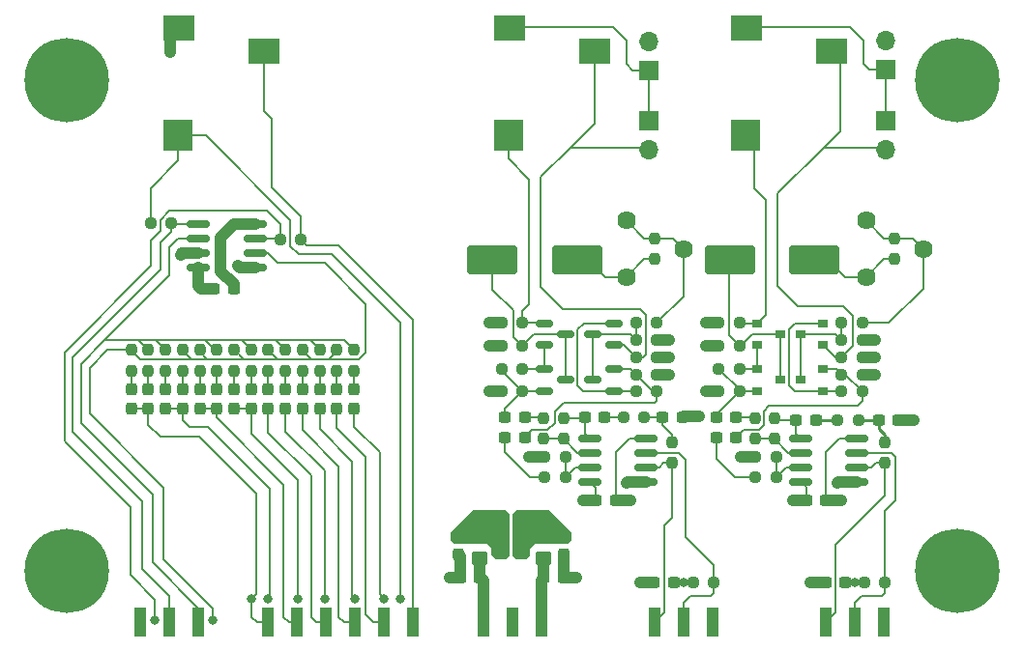
<source format=gbr>
%TF.GenerationSoftware,KiCad,Pcbnew,(6.0.0)*%
%TF.CreationDate,2022-06-06T22:40:39+03:00*%
%TF.ProjectId,analog_board,616e616c-6f67-45f6-926f-6172642e6b69,rev?*%
%TF.SameCoordinates,Original*%
%TF.FileFunction,Copper,L1,Top*%
%TF.FilePolarity,Positive*%
%FSLAX46Y46*%
G04 Gerber Fmt 4.6, Leading zero omitted, Abs format (unit mm)*
G04 Created by KiCad (PCBNEW (6.0.0)) date 2022-06-06 22:40:39*
%MOMM*%
%LPD*%
G01*
G04 APERTURE LIST*
G04 Aperture macros list*
%AMRoundRect*
0 Rectangle with rounded corners*
0 $1 Rounding radius*
0 $2 $3 $4 $5 $6 $7 $8 $9 X,Y pos of 4 corners*
0 Add a 4 corners polygon primitive as box body*
4,1,4,$2,$3,$4,$5,$6,$7,$8,$9,$2,$3,0*
0 Add four circle primitives for the rounded corners*
1,1,$1+$1,$2,$3*
1,1,$1+$1,$4,$5*
1,1,$1+$1,$6,$7*
1,1,$1+$1,$8,$9*
0 Add four rect primitives between the rounded corners*
20,1,$1+$1,$2,$3,$4,$5,0*
20,1,$1+$1,$4,$5,$6,$7,0*
20,1,$1+$1,$6,$7,$8,$9,0*
20,1,$1+$1,$8,$9,$2,$3,0*%
G04 Aperture macros list end*
%TA.AperFunction,SMDPad,CuDef*%
%ADD10RoundRect,0.237500X-0.237500X0.250000X-0.237500X-0.250000X0.237500X-0.250000X0.237500X0.250000X0*%
%TD*%
%TA.AperFunction,SMDPad,CuDef*%
%ADD11RoundRect,0.237500X-0.250000X-0.237500X0.250000X-0.237500X0.250000X0.237500X-0.250000X0.237500X0*%
%TD*%
%TA.AperFunction,SMDPad,CuDef*%
%ADD12RoundRect,0.237500X0.250000X0.237500X-0.250000X0.237500X-0.250000X-0.237500X0.250000X-0.237500X0*%
%TD*%
%TA.AperFunction,SMDPad,CuDef*%
%ADD13R,1.000000X2.500000*%
%TD*%
%TA.AperFunction,SMDPad,CuDef*%
%ADD14RoundRect,0.150000X-0.825000X-0.150000X0.825000X-0.150000X0.825000X0.150000X-0.825000X0.150000X0*%
%TD*%
%TA.AperFunction,SMDPad,CuDef*%
%ADD15RoundRect,0.237500X0.300000X0.237500X-0.300000X0.237500X-0.300000X-0.237500X0.300000X-0.237500X0*%
%TD*%
%TA.AperFunction,SMDPad,CuDef*%
%ADD16R,0.900000X0.800000*%
%TD*%
%TA.AperFunction,ComponentPad*%
%ADD17C,7.400000*%
%TD*%
%TA.AperFunction,SMDPad,CuDef*%
%ADD18RoundRect,0.250000X-1.950000X-1.000000X1.950000X-1.000000X1.950000X1.000000X-1.950000X1.000000X0*%
%TD*%
%TA.AperFunction,SMDPad,CuDef*%
%ADD19RoundRect,0.237500X0.237500X-0.250000X0.237500X0.250000X-0.237500X0.250000X-0.237500X-0.250000X0*%
%TD*%
%TA.AperFunction,SMDPad,CuDef*%
%ADD20RoundRect,0.237500X-0.300000X-0.237500X0.300000X-0.237500X0.300000X0.237500X-0.300000X0.237500X0*%
%TD*%
%TA.AperFunction,SMDPad,CuDef*%
%ADD21RoundRect,0.237500X0.237500X-0.300000X0.237500X0.300000X-0.237500X0.300000X-0.237500X-0.300000X0*%
%TD*%
%TA.AperFunction,SMDPad,CuDef*%
%ADD22R,2.800000X2.200000*%
%TD*%
%TA.AperFunction,SMDPad,CuDef*%
%ADD23R,2.600000X2.800000*%
%TD*%
%TA.AperFunction,SMDPad,CuDef*%
%ADD24RoundRect,0.150000X-0.587500X-0.150000X0.587500X-0.150000X0.587500X0.150000X-0.587500X0.150000X0*%
%TD*%
%TA.AperFunction,SMDPad,CuDef*%
%ADD25RoundRect,0.237500X-0.237500X0.300000X-0.237500X-0.300000X0.237500X-0.300000X0.237500X0.300000X0*%
%TD*%
%TA.AperFunction,SMDPad,CuDef*%
%ADD26RoundRect,0.150000X0.587500X0.150000X-0.587500X0.150000X-0.587500X-0.150000X0.587500X-0.150000X0*%
%TD*%
%TA.AperFunction,SMDPad,CuDef*%
%ADD27RoundRect,0.250000X0.450000X-0.350000X0.450000X0.350000X-0.450000X0.350000X-0.450000X-0.350000X0*%
%TD*%
%TA.AperFunction,SMDPad,CuDef*%
%ADD28RoundRect,0.250000X-0.450000X0.350000X-0.450000X-0.350000X0.450000X-0.350000X0.450000X0.350000X0*%
%TD*%
%TA.AperFunction,ComponentPad*%
%ADD29C,1.620000*%
%TD*%
%TA.AperFunction,ComponentPad*%
%ADD30R,1.700000X1.700000*%
%TD*%
%TA.AperFunction,ComponentPad*%
%ADD31O,1.700000X1.700000*%
%TD*%
%TA.AperFunction,ViaPad*%
%ADD32C,0.800000*%
%TD*%
%TA.AperFunction,ViaPad*%
%ADD33C,0.600000*%
%TD*%
%TA.AperFunction,Conductor*%
%ADD34C,1.000000*%
%TD*%
%TA.AperFunction,Conductor*%
%ADD35C,0.200000*%
%TD*%
%TA.AperFunction,Conductor*%
%ADD36C,0.250000*%
%TD*%
G04 APERTURE END LIST*
D10*
%TO.P,R37,1*%
%TO.N,Net-(R35-Pad1)*%
X132150000Y-102612980D03*
%TO.P,R37,2*%
%TO.N,Net-(C23-Pad2)*%
X132150000Y-104437980D03*
%TD*%
%TO.P,R38,1*%
%TO.N,Net-(R35-Pad1)*%
X129150000Y-102612980D03*
%TO.P,R38,2*%
%TO.N,Net-(C24-Pad2)*%
X129150000Y-104437980D03*
%TD*%
%TO.P,R39,1*%
%TO.N,Net-(R35-Pad1)*%
X124650000Y-102612980D03*
%TO.P,R39,2*%
%TO.N,Net-(C25-Pad2)*%
X124650000Y-104437980D03*
%TD*%
%TO.P,R40,1*%
%TO.N,Net-(R35-Pad1)*%
X123150000Y-102612980D03*
%TO.P,R40,2*%
%TO.N,Net-(C26-Pad2)*%
X123150000Y-104437980D03*
%TD*%
D11*
%TO.P,R47,1*%
%TO.N,/MIXER_L*%
X123337500Y-91500000D03*
%TO.P,R47,2*%
%TO.N,Net-(R47-Pad2)*%
X125162500Y-91500000D03*
%TD*%
D12*
%TO.P,R48,1*%
%TO.N,/MIXER_R*%
X136512500Y-92900000D03*
%TO.P,R48,2*%
%TO.N,Net-(R48-Pad2)*%
X134687500Y-92900000D03*
%TD*%
D10*
%TO.P,R41,1*%
%TO.N,Net-(R41-Pad1)*%
X121650000Y-102612980D03*
%TO.P,R41,2*%
%TO.N,Net-(C27-Pad2)*%
X121650000Y-104437980D03*
%TD*%
%TO.P,R42,1*%
%TO.N,Net-(R41-Pad1)*%
X126150000Y-102612980D03*
%TO.P,R42,2*%
%TO.N,Net-(C28-Pad2)*%
X126150000Y-104437980D03*
%TD*%
%TO.P,R43,1*%
%TO.N,Net-(R41-Pad1)*%
X127650000Y-102612980D03*
%TO.P,R43,2*%
%TO.N,Net-(C29-Pad2)*%
X127650000Y-104437980D03*
%TD*%
%TO.P,R44,1*%
%TO.N,Net-(R41-Pad1)*%
X130650000Y-102612980D03*
%TO.P,R44,2*%
%TO.N,Net-(C30-Pad2)*%
X130650000Y-104437980D03*
%TD*%
D13*
%TO.P,RV2,1,1*%
%TO.N,unconnected-(RV2-Pad1)*%
X187540000Y-126475000D03*
%TO.P,RV2,2,2*%
%TO.N,Net-(R17-Pad2)*%
X185000000Y-126475000D03*
%TO.P,RV2,3,3*%
%TO.N,Net-(R16-Pad1)*%
X182460000Y-126475000D03*
%TD*%
D14*
%TO.P,U3,1*%
%TO.N,Net-(R47-Pad2)*%
X127525000Y-91595000D03*
%TO.P,U3,2,-*%
%TO.N,Net-(R35-Pad1)*%
X127525000Y-92865000D03*
%TO.P,U3,3,+*%
%TO.N,GND*%
X127525000Y-94135000D03*
%TO.P,U3,4,V-*%
%TO.N,-VDC*%
X127525000Y-95405000D03*
%TO.P,U3,5,+*%
%TO.N,GND*%
X132475000Y-95405000D03*
%TO.P,U3,6,-*%
%TO.N,Net-(R41-Pad1)*%
X132475000Y-94135000D03*
%TO.P,U3,7*%
%TO.N,Net-(R48-Pad2)*%
X132475000Y-92865000D03*
%TO.P,U3,8,V+*%
%TO.N,+VDC*%
X132475000Y-91595000D03*
%TD*%
D15*
%TO.P,C33,1*%
%TO.N,+VDC*%
X130612500Y-97250000D03*
%TO.P,C33,2*%
%TO.N,-VDC*%
X128887500Y-97250000D03*
%TD*%
D16*
%TO.P,Q1,1,B*%
%TO.N,/Amp1/IN-*%
X182250000Y-102200000D03*
%TO.P,Q1,2,E*%
%TO.N,Net-(Q1-Pad2)*%
X182250000Y-100300000D03*
%TO.P,Q1,3,C*%
%TO.N,Net-(Q1-Pad3)*%
X180250000Y-101250000D03*
%TD*%
%TO.P,Q4,1,B*%
%TO.N,/Amp1/IN+*%
X176500000Y-100300000D03*
%TO.P,Q4,2,E*%
%TO.N,Net-(Q3-Pad1)*%
X176500000Y-102200000D03*
%TO.P,Q4,3,C*%
%TO.N,Net-(C7-Pad1)*%
X178500000Y-101250000D03*
%TD*%
D11*
%TO.P,R7,1*%
%TO.N,+VDC*%
X173087500Y-102250000D03*
%TO.P,R7,2*%
%TO.N,Net-(C7-Pad1)*%
X174912500Y-102250000D03*
%TD*%
D12*
%TO.P,R8,1*%
%TO.N,Net-(Q3-Pad1)*%
X174912500Y-104250000D03*
%TO.P,R8,2*%
%TO.N,/Amp1/DIFF+*%
X173087500Y-104250000D03*
%TD*%
%TO.P,R10,1*%
%TO.N,/Amp1/IN+*%
X174912500Y-100250000D03*
%TO.P,R10,2*%
%TO.N,GND*%
X173087500Y-100250000D03*
%TD*%
%TO.P,R9,1*%
%TO.N,/Amp1/DIFF+*%
X174912500Y-106250000D03*
%TO.P,R9,2*%
%TO.N,-VDC*%
X173087500Y-106250000D03*
%TD*%
%TO.P,R2,1*%
%TO.N,+VDC*%
X185662500Y-101750000D03*
%TO.P,R2,2*%
%TO.N,Net-(Q1-Pad3)*%
X183837500Y-101750000D03*
%TD*%
D11*
%TO.P,R5,1*%
%TO.N,Net-(Q1-Pad3)*%
X183837500Y-100250000D03*
%TO.P,R5,2*%
%TO.N,Net-(R5-Pad2)*%
X185662500Y-100250000D03*
%TD*%
%TO.P,R1,1*%
%TO.N,/Amp1/IN-*%
X183837500Y-103250000D03*
%TO.P,R1,2*%
%TO.N,GND*%
X185662500Y-103250000D03*
%TD*%
%TO.P,R4,1*%
%TO.N,/Amp1/DIFF-*%
X183837500Y-104750000D03*
%TO.P,R4,2*%
%TO.N,-VDC*%
X185662500Y-104750000D03*
%TD*%
D17*
%TO.P,H1,1,1*%
%TO.N,unconnected-(H1-Pad1)*%
X116000000Y-79000000D03*
%TD*%
%TO.P,H2,1,1*%
%TO.N,unconnected-(H2-Pad1)*%
X194000000Y-122000000D03*
%TD*%
%TO.P,H3,1,1*%
%TO.N,unconnected-(H3-Pad1)*%
X194000000Y-79000000D03*
%TD*%
%TO.P,H4,1,1*%
%TO.N,unconnected-(H4-Pad1)*%
X116000000Y-122000000D03*
%TD*%
D18*
%TO.P,C7,1*%
%TO.N,Net-(C7-Pad1)*%
X174050000Y-94750000D03*
%TO.P,C7,2*%
%TO.N,Net-(C7-Pad2)*%
X181450000Y-94750000D03*
%TD*%
D10*
%TO.P,R14,1*%
%TO.N,Net-(C11-Pad1)*%
X177975000Y-108587500D03*
%TO.P,R14,2*%
%TO.N,Net-(R12-Pad2)*%
X177975000Y-110412500D03*
%TD*%
%TO.P,R6,1*%
%TO.N,Net-(R5-Pad2)*%
X188500000Y-92837500D03*
%TO.P,R6,2*%
%TO.N,Net-(C7-Pad2)*%
X188500000Y-94662500D03*
%TD*%
D12*
%TO.P,R13,1*%
%TO.N,Net-(R11-Pad2)*%
X178137500Y-112000000D03*
%TO.P,R13,2*%
%TO.N,GND*%
X176312500Y-112000000D03*
%TD*%
D11*
%TO.P,R3,1*%
%TO.N,Net-(Q1-Pad2)*%
X183837500Y-106250000D03*
%TO.P,R3,2*%
%TO.N,/Amp1/DIFF-*%
X185662500Y-106250000D03*
%TD*%
%TO.P,R11,1*%
%TO.N,Net-(C8-Pad2)*%
X176312500Y-113750000D03*
%TO.P,R11,2*%
%TO.N,Net-(R11-Pad2)*%
X178137500Y-113750000D03*
%TD*%
D19*
%TO.P,R16,1*%
%TO.N,Net-(R16-Pad1)*%
X187600000Y-112512500D03*
%TO.P,R16,2*%
%TO.N,Net-(C12-Pad1)*%
X187600000Y-110687500D03*
%TD*%
D10*
%TO.P,R12,1*%
%TO.N,Net-(C9-Pad2)*%
X176250000Y-108587500D03*
%TO.P,R12,2*%
%TO.N,Net-(R12-Pad2)*%
X176250000Y-110412500D03*
%TD*%
D15*
%TO.P,C10,1*%
%TO.N,+VDC*%
X182462500Y-115800000D03*
%TO.P,C10,2*%
%TO.N,-VDC*%
X180737500Y-115800000D03*
%TD*%
D20*
%TO.P,C11,1*%
%TO.N,Net-(C11-Pad1)*%
X179862500Y-108750000D03*
%TO.P,C11,2*%
%TO.N,Net-(C11-Pad2)*%
X181587500Y-108750000D03*
%TD*%
D16*
%TO.P,Q2,1,B*%
%TO.N,Net-(Q1-Pad2)*%
X182250000Y-106200000D03*
%TO.P,Q2,2,E*%
%TO.N,/Amp1/DIFF-*%
X182250000Y-104300000D03*
%TO.P,Q2,3,C*%
%TO.N,Net-(Q1-Pad3)*%
X180250000Y-105250000D03*
%TD*%
%TO.P,Q3,1,B*%
%TO.N,Net-(Q3-Pad1)*%
X176500000Y-104300000D03*
%TO.P,Q3,2,E*%
%TO.N,/Amp1/DIFF+*%
X176500000Y-106200000D03*
%TO.P,Q3,3,C*%
%TO.N,Net-(C7-Pad1)*%
X178500000Y-105250000D03*
%TD*%
D20*
%TO.P,C9,1*%
%TO.N,/Amp1/DIFF+*%
X172887500Y-108500000D03*
%TO.P,C9,2*%
%TO.N,Net-(C9-Pad2)*%
X174612500Y-108500000D03*
%TD*%
D15*
%TO.P,C8,1*%
%TO.N,/Amp1/DIFF-*%
X174612500Y-110250000D03*
%TO.P,C8,2*%
%TO.N,Net-(C8-Pad2)*%
X172887500Y-110250000D03*
%TD*%
D14*
%TO.P,U1,1*%
%TO.N,Net-(C11-Pad1)*%
X180250000Y-110345000D03*
%TO.P,U1,2,-*%
%TO.N,Net-(R12-Pad2)*%
X180250000Y-111615000D03*
%TO.P,U1,3,+*%
%TO.N,Net-(R11-Pad2)*%
X180250000Y-112885000D03*
%TO.P,U1,4,V-*%
%TO.N,-VDC*%
X180250000Y-114155000D03*
%TO.P,U1,5,+*%
%TO.N,GND*%
X185200000Y-114155000D03*
%TO.P,U1,6,-*%
%TO.N,Net-(R16-Pad1)*%
X185200000Y-112885000D03*
%TO.P,U1,7*%
%TO.N,Net-(R17-Pad2)*%
X185200000Y-111615000D03*
%TO.P,U1,8,V+*%
%TO.N,+VDC*%
X185200000Y-110345000D03*
%TD*%
D21*
%TO.P,C35,1*%
%TO.N,/IN7_R*%
X139650000Y-107775480D03*
%TO.P,C35,2*%
%TO.N,Net-(C35-Pad2)*%
X139650000Y-106050480D03*
%TD*%
D12*
%TO.P,R32,1*%
%TO.N,Net-(C19-Pad1)*%
X166562500Y-108500000D03*
%TO.P,R32,2*%
%TO.N,Net-(C18-Pad2)*%
X164737500Y-108500000D03*
%TD*%
D13*
%TO.P,RV4,1,1*%
%TO.N,unconnected-(RV4-Pad1)*%
X172540000Y-126475000D03*
%TO.P,RV4,2,2*%
%TO.N,Net-(R34-Pad2)*%
X170000000Y-126475000D03*
%TO.P,RV4,3,3*%
%TO.N,Net-(R33-Pad1)*%
X167460000Y-126475000D03*
%TD*%
D22*
%TO.P,J4,1,SLEEVE*%
%TO.N,GND*%
X125850000Y-74400000D03*
D23*
%TO.P,J4,2,TIP*%
%TO.N,/MIXER_L*%
X125750000Y-83800000D03*
D22*
%TO.P,J4,3,RING*%
%TO.N,/MIXER_R*%
X133250000Y-76400000D03*
%TD*%
D15*
%TO.P,C13,1*%
%TO.N,/IN1_MONO*%
X184162500Y-123000000D03*
%TO.P,C13,2*%
%TO.N,GND*%
X182437500Y-123000000D03*
%TD*%
D12*
%TO.P,R15,1*%
%TO.N,Net-(C12-Pad1)*%
X185312500Y-108750000D03*
%TO.P,R15,2*%
%TO.N,Net-(C11-Pad2)*%
X183487500Y-108750000D03*
%TD*%
D15*
%TO.P,C20,1*%
%TO.N,/IN2_MONO*%
X169162500Y-123000000D03*
%TO.P,C20,2*%
%TO.N,GND*%
X167437500Y-123000000D03*
%TD*%
D10*
%TO.P,R29,1*%
%TO.N,Net-(C16-Pad2)*%
X157750000Y-108587500D03*
%TO.P,R29,2*%
%TO.N,Net-(R29-Pad2)*%
X157750000Y-110412500D03*
%TD*%
D11*
%TO.P,R28,1*%
%TO.N,Net-(C15-Pad2)*%
X157837500Y-113750000D03*
%TO.P,R28,2*%
%TO.N,Net-(R28-Pad2)*%
X159662500Y-113750000D03*
%TD*%
D20*
%TO.P,C18,1*%
%TO.N,Net-(C18-Pad1)*%
X161387500Y-108500000D03*
%TO.P,C18,2*%
%TO.N,Net-(C18-Pad2)*%
X163112500Y-108500000D03*
%TD*%
D13*
%TO.P,RV5,1,1*%
%TO.N,Net-(R35-Pad1)*%
X127540000Y-126475000D03*
%TO.P,RV5,2,2*%
%TO.N,Net-(R47-Pad2)*%
X125000000Y-126475000D03*
%TO.P,RV5,3,3*%
%TO.N,unconnected-(RV5-Pad3)*%
X122460000Y-126475000D03*
%TD*%
D11*
%TO.P,R17,1*%
%TO.N,/IN1_MONO*%
X185837500Y-123000000D03*
%TO.P,R17,2*%
%TO.N,Net-(R17-Pad2)*%
X187662500Y-123000000D03*
%TD*%
D12*
%TO.P,R26,1*%
%TO.N,/Amp2/DIFF+*%
X155912500Y-106250000D03*
%TO.P,R26,2*%
%TO.N,-VDC*%
X154087500Y-106250000D03*
%TD*%
D21*
%TO.P,C25,1*%
%TO.N,/IN2_MONO*%
X124650000Y-107775480D03*
%TO.P,C25,2*%
%TO.N,Net-(C25-Pad2)*%
X124650000Y-106050480D03*
%TD*%
D11*
%TO.P,R21,1*%
%TO.N,/Amp2/DIFF-*%
X165837500Y-104750000D03*
%TO.P,R21,2*%
%TO.N,-VDC*%
X167662500Y-104750000D03*
%TD*%
D14*
%TO.P,U2,1*%
%TO.N,Net-(C18-Pad1)*%
X161775000Y-110345000D03*
%TO.P,U2,2,-*%
%TO.N,Net-(R29-Pad2)*%
X161775000Y-111615000D03*
%TO.P,U2,3,+*%
%TO.N,Net-(R28-Pad2)*%
X161775000Y-112885000D03*
%TO.P,U2,4,V-*%
%TO.N,-VDC*%
X161775000Y-114155000D03*
%TO.P,U2,5,+*%
%TO.N,GND*%
X166725000Y-114155000D03*
%TO.P,U2,6,-*%
%TO.N,Net-(R33-Pad1)*%
X166725000Y-112885000D03*
%TO.P,U2,7*%
%TO.N,Net-(R34-Pad2)*%
X166725000Y-111615000D03*
%TO.P,U2,8,V+*%
%TO.N,+VDC*%
X166725000Y-110345000D03*
%TD*%
D11*
%TO.P,R34,1*%
%TO.N,/IN2_MONO*%
X170837500Y-123000000D03*
%TO.P,R34,2*%
%TO.N,Net-(R34-Pad2)*%
X172662500Y-123000000D03*
%TD*%
D21*
%TO.P,C30,1*%
%TO.N,/IN4_MONO*%
X130650000Y-107775480D03*
%TO.P,C30,2*%
%TO.N,Net-(C30-Pad2)*%
X130650000Y-106050480D03*
%TD*%
D13*
%TO.P,J10,1,Pin_1*%
%TO.N,Net-(C6-Pad1)*%
X157540000Y-126475000D03*
%TO.P,J10,2,Pin_2*%
%TO.N,unconnected-(J10-Pad2)*%
X155000000Y-126475000D03*
%TO.P,J10,3,Pin_3*%
%TO.N,Net-(C2-Pad2)*%
X152460000Y-126475000D03*
%TD*%
D20*
%TO.P,C2,1*%
%TO.N,GND*%
X150475000Y-122600000D03*
%TO.P,C2,2*%
%TO.N,Net-(C2-Pad2)*%
X152200000Y-122600000D03*
%TD*%
%TO.P,C12,1*%
%TO.N,Net-(C12-Pad1)*%
X187087500Y-108750000D03*
%TO.P,C12,2*%
%TO.N,GND*%
X188812500Y-108750000D03*
%TD*%
D11*
%TO.P,R20,1*%
%TO.N,Net-(Q5-Pad2)*%
X165837500Y-106250000D03*
%TO.P,R20,2*%
%TO.N,/Amp2/DIFF-*%
X167662500Y-106250000D03*
%TD*%
D21*
%TO.P,C1,1*%
%TO.N,GND*%
X150337500Y-120562500D03*
%TO.P,C1,2*%
%TO.N,+VDC*%
X150337500Y-118837500D03*
%TD*%
D24*
%TO.P,Q7,1,B*%
%TO.N,Net-(Q7-Pad1)*%
X157812500Y-104300000D03*
%TO.P,Q7,2,E*%
%TO.N,/Amp2/DIFF+*%
X157812500Y-106200000D03*
%TO.P,Q7,3,C*%
%TO.N,Net-(C14-Pad1)*%
X159687500Y-105250000D03*
%TD*%
D21*
%TO.P,C26,1*%
%TO.N,/IN1_MONO*%
X123150000Y-107775480D03*
%TO.P,C26,2*%
%TO.N,Net-(C26-Pad2)*%
X123150000Y-106050480D03*
%TD*%
D10*
%TO.P,R36,1*%
%TO.N,Net-(R35-Pad1)*%
X135150000Y-102612980D03*
%TO.P,R36,2*%
%TO.N,Net-(C22-Pad2)*%
X135150000Y-104437980D03*
%TD*%
D24*
%TO.P,Q8,1,B*%
%TO.N,/Amp2/IN+*%
X157812500Y-100300000D03*
%TO.P,Q8,2,E*%
%TO.N,Net-(Q7-Pad1)*%
X157812500Y-102200000D03*
%TO.P,Q8,3,C*%
%TO.N,Net-(C14-Pad1)*%
X159687500Y-101250000D03*
%TD*%
D12*
%TO.P,R25,1*%
%TO.N,Net-(Q7-Pad1)*%
X155912500Y-104250000D03*
%TO.P,R25,2*%
%TO.N,/Amp2/DIFF+*%
X154087500Y-104250000D03*
%TD*%
D11*
%TO.P,R24,1*%
%TO.N,+VDC*%
X154087500Y-102250000D03*
%TO.P,R24,2*%
%TO.N,Net-(C14-Pad1)*%
X155912500Y-102250000D03*
%TD*%
%TO.P,R22,1*%
%TO.N,Net-(Q5-Pad3)*%
X165837500Y-100250000D03*
%TO.P,R22,2*%
%TO.N,Net-(R22-Pad2)*%
X167662500Y-100250000D03*
%TD*%
D10*
%TO.P,R49,1*%
%TO.N,Net-(R35-Pad1)*%
X141150000Y-102612980D03*
%TO.P,R49,2*%
%TO.N,Net-(C34-Pad2)*%
X141150000Y-104437980D03*
%TD*%
D25*
%TO.P,C5,1*%
%TO.N,-VDC*%
X159537500Y-118837500D03*
%TO.P,C5,2*%
%TO.N,GND*%
X159537500Y-120562500D03*
%TD*%
D18*
%TO.P,C14,1*%
%TO.N,Net-(C14-Pad1)*%
X153300000Y-94750000D03*
%TO.P,C14,2*%
%TO.N,Net-(C14-Pad2)*%
X160700000Y-94750000D03*
%TD*%
D19*
%TO.P,R33,1*%
%TO.N,Net-(R33-Pad1)*%
X169000000Y-112512500D03*
%TO.P,R33,2*%
%TO.N,Net-(C19-Pad1)*%
X169000000Y-110687500D03*
%TD*%
D10*
%TO.P,R23,1*%
%TO.N,Net-(R22-Pad2)*%
X167500000Y-92837500D03*
%TO.P,R23,2*%
%TO.N,Net-(C14-Pad2)*%
X167500000Y-94662500D03*
%TD*%
D12*
%TO.P,R30,1*%
%TO.N,Net-(R28-Pad2)*%
X159662500Y-112000000D03*
%TO.P,R30,2*%
%TO.N,GND*%
X157837500Y-112000000D03*
%TD*%
D20*
%TO.P,C6,1*%
%TO.N,Net-(C6-Pad1)*%
X157775000Y-122600000D03*
%TO.P,C6,2*%
%TO.N,GND*%
X159500000Y-122600000D03*
%TD*%
D15*
%TO.P,C15,1*%
%TO.N,/Amp2/DIFF-*%
X156112500Y-110250000D03*
%TO.P,C15,2*%
%TO.N,Net-(C15-Pad2)*%
X154387500Y-110250000D03*
%TD*%
D21*
%TO.P,C24,1*%
%TO.N,/IN3_MONO*%
X129150000Y-107775480D03*
%TO.P,C24,2*%
%TO.N,Net-(C24-Pad2)*%
X129150000Y-106050480D03*
%TD*%
%TO.P,C31,1*%
%TO.N,/IN5_R*%
X133650000Y-107775480D03*
%TO.P,C31,2*%
%TO.N,Net-(C31-Pad2)*%
X133650000Y-106050480D03*
%TD*%
D26*
%TO.P,Q5,1,B*%
%TO.N,/Amp2/IN-*%
X163937500Y-102200000D03*
%TO.P,Q5,2,E*%
%TO.N,Net-(Q5-Pad2)*%
X163937500Y-100300000D03*
%TO.P,Q5,3,C*%
%TO.N,Net-(Q5-Pad3)*%
X162062500Y-101250000D03*
%TD*%
D22*
%TO.P,J8,1,SLEEVE*%
%TO.N,Net-(J3-Pad1)*%
X154800000Y-74400000D03*
D23*
%TO.P,J8,2,TIP*%
%TO.N,/Amp2/IN+*%
X154700000Y-83800000D03*
D22*
%TO.P,J8,3,RING*%
%TO.N,/Amp2/IN-*%
X162200000Y-76400000D03*
%TD*%
D10*
%TO.P,R35,1*%
%TO.N,Net-(R35-Pad1)*%
X138150000Y-102612980D03*
%TO.P,R35,2*%
%TO.N,Net-(C21-Pad2)*%
X138150000Y-104437980D03*
%TD*%
D12*
%TO.P,R27,1*%
%TO.N,/Amp2/IN+*%
X155912500Y-100250000D03*
%TO.P,R27,2*%
%TO.N,GND*%
X154087500Y-100250000D03*
%TD*%
D20*
%TO.P,C3,1*%
%TO.N,+VDC*%
X154075000Y-120200000D03*
%TO.P,C3,2*%
%TO.N,-VDC*%
X155800000Y-120200000D03*
%TD*%
D21*
%TO.P,C22,1*%
%TO.N,/IN5_L*%
X135150000Y-107775480D03*
%TO.P,C22,2*%
%TO.N,Net-(C22-Pad2)*%
X135150000Y-106050480D03*
%TD*%
%TO.P,C29,1*%
%TO.N,/IN3_MONO*%
X127650000Y-107775480D03*
%TO.P,C29,2*%
%TO.N,Net-(C29-Pad2)*%
X127650000Y-106050480D03*
%TD*%
%TO.P,C27,1*%
%TO.N,/IN1_MONO*%
X121650000Y-107775480D03*
%TO.P,C27,2*%
%TO.N,Net-(C27-Pad2)*%
X121650000Y-106050480D03*
%TD*%
D27*
%TO.P,FB2,1*%
%TO.N,Net-(C6-Pad1)*%
X157737500Y-120900000D03*
%TO.P,FB2,2*%
%TO.N,-VDC*%
X157737500Y-118900000D03*
%TD*%
D13*
%TO.P,J1,1,Pin_1*%
%TO.N,/MIXER_R*%
X146350000Y-126475000D03*
%TO.P,J1,2,Pin_2*%
%TO.N,/IN7_R*%
X143810000Y-126475000D03*
%TO.P,J1,3,Pin_3*%
%TO.N,/IN6_R*%
X141270000Y-126475000D03*
%TO.P,J1,4,Pin_4*%
%TO.N,/IN5_R*%
X138730000Y-126475000D03*
%TO.P,J1,5,Pin_5*%
%TO.N,/IN3_MONO*%
X136190000Y-126475000D03*
%TO.P,J1,6,Pin_6*%
%TO.N,/IN1_MONO*%
X133650000Y-126475000D03*
%TD*%
D20*
%TO.P,C19,1*%
%TO.N,Net-(C19-Pad1)*%
X168187500Y-108500000D03*
%TO.P,C19,2*%
%TO.N,GND*%
X169912500Y-108500000D03*
%TD*%
D10*
%TO.P,R45,1*%
%TO.N,Net-(R41-Pad1)*%
X133650000Y-102612980D03*
%TO.P,R45,2*%
%TO.N,Net-(C31-Pad2)*%
X133650000Y-104437980D03*
%TD*%
D21*
%TO.P,C32,1*%
%TO.N,/IN6_R*%
X136650000Y-107775480D03*
%TO.P,C32,2*%
%TO.N,Net-(C32-Pad2)*%
X136650000Y-106050480D03*
%TD*%
D15*
%TO.P,C17,1*%
%TO.N,+VDC*%
X164062500Y-115800000D03*
%TO.P,C17,2*%
%TO.N,-VDC*%
X162337500Y-115800000D03*
%TD*%
D10*
%TO.P,R31,1*%
%TO.N,Net-(C18-Pad1)*%
X159500000Y-108587500D03*
%TO.P,R31,2*%
%TO.N,Net-(R29-Pad2)*%
X159500000Y-110412500D03*
%TD*%
D11*
%TO.P,R18,1*%
%TO.N,/Amp2/IN-*%
X165837500Y-103250000D03*
%TO.P,R18,2*%
%TO.N,GND*%
X167662500Y-103250000D03*
%TD*%
D21*
%TO.P,C34,1*%
%TO.N,/IN7_L*%
X141150000Y-107775480D03*
%TO.P,C34,2*%
%TO.N,Net-(C34-Pad2)*%
X141150000Y-106050480D03*
%TD*%
%TO.P,C28,1*%
%TO.N,/IN2_MONO*%
X126150000Y-107775480D03*
%TO.P,C28,2*%
%TO.N,Net-(C28-Pad2)*%
X126150000Y-106050480D03*
%TD*%
D28*
%TO.P,FB1,1*%
%TO.N,+VDC*%
X152137500Y-118900000D03*
%TO.P,FB1,2*%
%TO.N,Net-(C2-Pad2)*%
X152137500Y-120900000D03*
%TD*%
D20*
%TO.P,C16,1*%
%TO.N,/Amp2/DIFF+*%
X154387500Y-108500000D03*
%TO.P,C16,2*%
%TO.N,Net-(C16-Pad2)*%
X156112500Y-108500000D03*
%TD*%
D12*
%TO.P,R19,1*%
%TO.N,+VDC*%
X167662500Y-101750000D03*
%TO.P,R19,2*%
%TO.N,Net-(Q5-Pad3)*%
X165837500Y-101750000D03*
%TD*%
D21*
%TO.P,C21,1*%
%TO.N,/IN6_L*%
X138150000Y-107775480D03*
%TO.P,C21,2*%
%TO.N,Net-(C21-Pad2)*%
X138150000Y-106050480D03*
%TD*%
D26*
%TO.P,Q6,1,B*%
%TO.N,Net-(Q5-Pad2)*%
X163937500Y-106200000D03*
%TO.P,Q6,2,E*%
%TO.N,/Amp2/DIFF-*%
X163937500Y-104300000D03*
%TO.P,Q6,3,C*%
%TO.N,Net-(Q5-Pad3)*%
X162062500Y-105250000D03*
%TD*%
D21*
%TO.P,C23,1*%
%TO.N,/IN4_MONO*%
X132150000Y-107775480D03*
%TO.P,C23,2*%
%TO.N,Net-(C23-Pad2)*%
X132150000Y-106050480D03*
%TD*%
D20*
%TO.P,C4,1*%
%TO.N,+VDC*%
X154075000Y-118700000D03*
%TO.P,C4,2*%
%TO.N,-VDC*%
X155800000Y-118700000D03*
%TD*%
D22*
%TO.P,J7,1,SLEEVE*%
%TO.N,Net-(J2-Pad1)*%
X175550000Y-74400000D03*
D23*
%TO.P,J7,2,TIP*%
%TO.N,/Amp1/IN+*%
X175450000Y-83800000D03*
D22*
%TO.P,J7,3,RING*%
%TO.N,/Amp1/IN-*%
X182950000Y-76400000D03*
%TD*%
D10*
%TO.P,R50,1*%
%TO.N,Net-(R41-Pad1)*%
X139650000Y-102612980D03*
%TO.P,R50,2*%
%TO.N,Net-(C35-Pad2)*%
X139650000Y-104437980D03*
%TD*%
%TO.P,R46,1*%
%TO.N,Net-(R41-Pad1)*%
X136650000Y-102612980D03*
%TO.P,R46,2*%
%TO.N,Net-(C32-Pad2)*%
X136650000Y-104437980D03*
%TD*%
D29*
%TO.P,RV1,1,1*%
%TO.N,Net-(R5-Pad2)*%
X186000000Y-91250000D03*
%TO.P,RV1,2,2*%
X191000000Y-93750000D03*
%TO.P,RV1,3,3*%
%TO.N,Net-(C7-Pad2)*%
X186000000Y-96250000D03*
%TD*%
%TO.P,RV3,1,1*%
%TO.N,Net-(R22-Pad2)*%
X165000000Y-91250000D03*
%TO.P,RV3,2,2*%
X170000000Y-93750000D03*
%TO.P,RV3,3,3*%
%TO.N,Net-(C14-Pad2)*%
X165000000Y-96250000D03*
%TD*%
D30*
%TO.P,J2,1,Pin_1*%
%TO.N,Net-(J2-Pad1)*%
X187750000Y-82500000D03*
D31*
%TO.P,J2,2,Pin_2*%
%TO.N,/Amp1/IN-*%
X187750000Y-85040000D03*
%TD*%
D30*
%TO.P,J6,1,Pin_1*%
%TO.N,Net-(J3-Pad1)*%
X167000000Y-78075000D03*
D31*
%TO.P,J6,2,Pin_2*%
%TO.N,GND*%
X167000000Y-75535000D03*
%TD*%
D30*
%TO.P,J3,1,Pin_1*%
%TO.N,Net-(J3-Pad1)*%
X167000000Y-82500000D03*
D31*
%TO.P,J3,2,Pin_2*%
%TO.N,/Amp2/IN-*%
X167000000Y-85040000D03*
%TD*%
D30*
%TO.P,J5,1,Pin_1*%
%TO.N,Net-(J2-Pad1)*%
X187750000Y-78040000D03*
D31*
%TO.P,J5,2,Pin_2*%
%TO.N,GND*%
X187750000Y-75500000D03*
%TD*%
D32*
%TO.N,GND*%
X156500000Y-112000000D03*
X181150000Y-123000000D03*
X171400000Y-108400000D03*
D33*
X126000000Y-94250000D03*
D32*
X166200000Y-123000000D03*
X125100000Y-76500000D03*
X183500000Y-114250000D03*
X168750000Y-103250000D03*
X172000000Y-100250000D03*
D33*
X131000000Y-95250000D03*
D32*
X160600000Y-122600000D03*
X165000000Y-114250000D03*
X153000000Y-100250000D03*
X175000000Y-112000000D03*
X186750000Y-103250000D03*
X149537500Y-122600000D03*
X190200000Y-108750000D03*
%TO.N,/IN6_L*%
X141200000Y-124400000D03*
%TO.N,/IN5_L*%
X138600000Y-124400000D03*
%TO.N,/MIXER_L*%
X145200000Y-124400000D03*
%TO.N,/IN1_MONO*%
X132200000Y-124400000D03*
X185000000Y-123000000D03*
%TO.N,/IN2_MONO*%
X133600000Y-124400000D03*
X170000000Y-123000000D03*
%TO.N,+VDC*%
X186750000Y-101750000D03*
X153000000Y-102250000D03*
X168750000Y-101750000D03*
X153100000Y-117200000D03*
X172000000Y-102250000D03*
X152200000Y-117200000D03*
X165400000Y-115800000D03*
D33*
X129500000Y-95750000D03*
D32*
X183800000Y-115800000D03*
X154000000Y-117200000D03*
%TO.N,-VDC*%
X161200000Y-115800000D03*
X156850000Y-117200000D03*
X186750000Y-104750000D03*
X153000000Y-106250000D03*
X157750000Y-117200000D03*
D33*
X127500000Y-97000000D03*
D32*
X155950000Y-117200000D03*
X168750000Y-104750000D03*
X172000000Y-106250000D03*
X179600000Y-115800000D03*
%TO.N,Net-(R41-Pad1)*%
X128750000Y-126250000D03*
%TO.N,Net-(R48-Pad2)*%
X123750000Y-126250000D03*
%TO.N,/IN4_MONO*%
X136200000Y-124400000D03*
%TO.N,/IN7_L*%
X143800000Y-124400000D03*
%TD*%
D34*
%TO.N,GND*%
X183595000Y-114155000D02*
X183500000Y-114250000D01*
X159500000Y-122600000D02*
X160600000Y-122600000D01*
X173087500Y-100250000D02*
X172000000Y-100250000D01*
X150475000Y-122600000D02*
X150475000Y-120700000D01*
X182437500Y-123000000D02*
X181150000Y-123000000D01*
X166200000Y-123000000D02*
X167437500Y-123000000D01*
X159537500Y-122562500D02*
X159500000Y-122600000D01*
X131155000Y-95405000D02*
X131000000Y-95250000D01*
X176312500Y-112000000D02*
X175000000Y-112000000D01*
X185200000Y-114155000D02*
X183595000Y-114155000D01*
X154087500Y-100250000D02*
X153000000Y-100250000D01*
X165095000Y-114155000D02*
X165000000Y-114250000D01*
X171400000Y-108400000D02*
X170012500Y-108400000D01*
X132475000Y-95405000D02*
X131155000Y-95405000D01*
X125100000Y-75150000D02*
X125100000Y-76500000D01*
X188812500Y-108750000D02*
X190200000Y-108750000D01*
X150475000Y-120700000D02*
X150337500Y-120562500D01*
X159537500Y-120562500D02*
X159537500Y-122562500D01*
X170012500Y-108400000D02*
X169912500Y-108500000D01*
X126115000Y-94135000D02*
X126000000Y-94250000D01*
X150475000Y-122600000D02*
X149537500Y-122600000D01*
X167662500Y-103250000D02*
X168750000Y-103250000D01*
X127525000Y-94135000D02*
X126115000Y-94135000D01*
X125850000Y-74400000D02*
X125100000Y-75150000D01*
X157837500Y-112000000D02*
X156500000Y-112000000D01*
X166725000Y-114155000D02*
X165095000Y-114155000D01*
X185662500Y-103250000D02*
X186750000Y-103250000D01*
D35*
%TO.N,/Amp1/DIFF-*%
X183837500Y-104750000D02*
X184162500Y-104750000D01*
X183387500Y-104300000D02*
X183837500Y-104750000D01*
X176624520Y-109625480D02*
X177024520Y-109225480D01*
X175237020Y-109625480D02*
X176624520Y-109625480D01*
X184162500Y-104750000D02*
X185662500Y-106250000D01*
X185250000Y-107500000D02*
X185662500Y-107087500D01*
X182250000Y-104300000D02*
X183387500Y-104300000D01*
X185662500Y-107087500D02*
X185662500Y-106250000D01*
X177024520Y-109225480D02*
X177024520Y-107975480D01*
X177500000Y-107500000D02*
X185250000Y-107500000D01*
X177024520Y-107975480D02*
X177500000Y-107500000D01*
X174612500Y-110250000D02*
X175237020Y-109625480D01*
%TO.N,/Amp1/DIFF+*%
X174912500Y-106250000D02*
X176450000Y-106250000D01*
X174912500Y-106250000D02*
X174912500Y-106075000D01*
X176450000Y-106250000D02*
X176500000Y-106200000D01*
X174912500Y-106075000D02*
X173087500Y-104250000D01*
X172887500Y-108500000D02*
X172887500Y-108275000D01*
X172887500Y-108275000D02*
X174912500Y-106250000D01*
%TO.N,/Amp2/DIFF-*%
X156112500Y-110250000D02*
X156737020Y-109625480D01*
X159500000Y-107250000D02*
X167500000Y-107250000D01*
X167337500Y-106250000D02*
X165837500Y-104750000D01*
X165387500Y-104300000D02*
X165837500Y-104750000D01*
X167500000Y-107250000D02*
X167662500Y-107087500D01*
X158725480Y-108024520D02*
X159500000Y-107250000D01*
X163937500Y-104300000D02*
X165387500Y-104300000D01*
X167662500Y-107087500D02*
X167662500Y-106250000D01*
X156737020Y-109625480D02*
X158124520Y-109625480D01*
X167662500Y-106250000D02*
X167337500Y-106250000D01*
X158124520Y-109625480D02*
X158725480Y-109024520D01*
X158725480Y-109024520D02*
X158725480Y-108024520D01*
%TO.N,/Amp2/DIFF+*%
X154087500Y-104425000D02*
X154087500Y-104250000D01*
X155962500Y-106200000D02*
X155912500Y-106250000D01*
X157812500Y-106200000D02*
X155962500Y-106200000D01*
X154387500Y-107775000D02*
X155912500Y-106250000D01*
X155912500Y-106250000D02*
X154087500Y-104425000D01*
X154387500Y-108500000D02*
X154387500Y-107775000D01*
%TO.N,/IN6_L*%
X141000000Y-124200000D02*
X141000000Y-112400000D01*
X141200000Y-124400000D02*
X141000000Y-124200000D01*
X141000000Y-112400000D02*
X138150000Y-109550000D01*
X138150000Y-109550000D02*
X138150000Y-107775480D01*
%TO.N,/IN5_L*%
X138600000Y-124400000D02*
X138600000Y-113200000D01*
X138600000Y-113200000D02*
X135150000Y-109750000D01*
X135150000Y-109750000D02*
X135150000Y-107775480D01*
%TO.N,/MIXER_L*%
X128200000Y-83800000D02*
X135600000Y-91200000D01*
X145200000Y-100200000D02*
X145200000Y-124400000D01*
X123337500Y-88412500D02*
X123337500Y-91500000D01*
X135600000Y-91200000D02*
X135600000Y-93500000D01*
X125750000Y-83800000D02*
X125750000Y-86000000D01*
X139200000Y-94200000D02*
X145200000Y-100200000D01*
X125750000Y-83800000D02*
X128200000Y-83800000D01*
X135600000Y-93500000D02*
X136300000Y-94200000D01*
X136300000Y-94200000D02*
X139200000Y-94200000D01*
X125750000Y-86000000D02*
X123337500Y-88412500D01*
%TO.N,/MIXER_R*%
X133250000Y-81650000D02*
X133250000Y-76400000D01*
X133942500Y-88342500D02*
X133942500Y-82342500D01*
X146350000Y-126475000D02*
X146350000Y-99950000D01*
X146350000Y-99950000D02*
X139800000Y-93400000D01*
X136512500Y-90912500D02*
X133942500Y-88342500D01*
X137012500Y-93400000D02*
X136512500Y-92900000D01*
X133942500Y-82342500D02*
X133250000Y-81650000D01*
X136512500Y-92900000D02*
X136512500Y-90912500D01*
X139800000Y-93400000D02*
X137012500Y-93400000D01*
%TO.N,/Amp1/IN+*%
X174962500Y-100300000D02*
X174912500Y-100250000D01*
X177250000Y-99550000D02*
X177250000Y-89500000D01*
X177250000Y-89500000D02*
X176200000Y-88450000D01*
X176200000Y-88450000D02*
X176200000Y-83800000D01*
X176500000Y-100300000D02*
X177250000Y-99550000D01*
X176500000Y-100300000D02*
X174962500Y-100300000D01*
%TO.N,/Amp1/IN-*%
X183837500Y-103250000D02*
X184862980Y-102224520D01*
X184862980Y-102224520D02*
X184862980Y-99612980D01*
X180000000Y-98750000D02*
X178250000Y-97000000D01*
X182285000Y-84865000D02*
X187400000Y-84865000D01*
X182285000Y-84865000D02*
X183700000Y-83450000D01*
X178250000Y-88900000D02*
X182285000Y-84865000D01*
X183837500Y-103250000D02*
X183300000Y-103250000D01*
X184862980Y-99612980D02*
X184000000Y-98750000D01*
X183700000Y-83450000D02*
X183700000Y-76400000D01*
X184000000Y-98750000D02*
X180000000Y-98750000D01*
X183300000Y-103250000D02*
X182250000Y-102200000D01*
X178250000Y-97000000D02*
X178250000Y-88900000D01*
%TO.N,/Amp2/IN+*%
X156500000Y-87650000D02*
X154700000Y-85850000D01*
X155912500Y-100250000D02*
X157762500Y-100250000D01*
X156500000Y-98581250D02*
X156500000Y-87650000D01*
X154700000Y-85850000D02*
X154700000Y-83800000D01*
X155912500Y-100250000D02*
X155912500Y-99168750D01*
X155912500Y-99168750D02*
X156500000Y-98581250D01*
X157762500Y-100250000D02*
X157812500Y-100300000D01*
%TO.N,/Amp2/IN-*%
X166750000Y-99500000D02*
X166250000Y-99000000D01*
X163937500Y-102200000D02*
X164787500Y-102200000D01*
X160085000Y-84865000D02*
X162200000Y-82750000D01*
X157500000Y-87450000D02*
X160085000Y-84865000D01*
X160085000Y-84865000D02*
X167000000Y-84865000D01*
X166250000Y-99000000D02*
X159450000Y-99000000D01*
X166750000Y-103000000D02*
X166750000Y-99500000D01*
X157500000Y-97050000D02*
X157500000Y-87450000D01*
X166500000Y-103250000D02*
X166750000Y-103000000D01*
X165837500Y-103250000D02*
X166500000Y-103250000D01*
X164787500Y-102200000D02*
X165837500Y-103250000D01*
X159450000Y-99000000D02*
X157500000Y-97050000D01*
X162200000Y-82750000D02*
X162200000Y-76400000D01*
%TO.N,/IN1_MONO*%
X133650000Y-126475000D02*
X132675000Y-126475000D01*
X185837500Y-123000000D02*
X184162500Y-123000000D01*
X123150000Y-109150000D02*
X124200000Y-110200000D01*
X124200000Y-110200000D02*
X127600000Y-110200000D01*
X132200000Y-126000000D02*
X132200000Y-124400000D01*
X132600000Y-124000000D02*
X132200000Y-124400000D01*
X132675000Y-126475000D02*
X132200000Y-126000000D01*
X123150000Y-107775480D02*
X123150000Y-109150000D01*
X132600000Y-115200000D02*
X132600000Y-124000000D01*
X121650000Y-107775480D02*
X123150000Y-107775480D01*
X127600000Y-110200000D02*
X132600000Y-115200000D01*
%TO.N,/IN2_MONO*%
X170000000Y-123000000D02*
X169162500Y-123000000D01*
X126800000Y-109400000D02*
X126150000Y-108750000D01*
X133800000Y-124200000D02*
X133800000Y-114800000D01*
X128400000Y-109400000D02*
X126800000Y-109400000D01*
X126150000Y-108750000D02*
X126150000Y-107775480D01*
X124650000Y-107775480D02*
X126150000Y-107775480D01*
X170837500Y-123000000D02*
X170000000Y-123000000D01*
X133800000Y-114800000D02*
X128400000Y-109400000D01*
X133600000Y-124400000D02*
X133800000Y-124200000D01*
%TO.N,/IN5_R*%
X138730000Y-126475000D02*
X137875000Y-126475000D01*
X137400000Y-113600000D02*
X133650000Y-109850000D01*
X137400000Y-126000000D02*
X137400000Y-113600000D01*
X133650000Y-109850000D02*
X133650000Y-107775480D01*
X137875000Y-126475000D02*
X137400000Y-126000000D01*
%TO.N,/IN6_R*%
X140275000Y-126475000D02*
X139800000Y-126000000D01*
X136650000Y-109650000D02*
X136650000Y-107775480D01*
X139800000Y-126000000D02*
X139800000Y-112800000D01*
X141270000Y-126475000D02*
X140275000Y-126475000D01*
X139800000Y-112800000D02*
X136650000Y-109650000D01*
D34*
%TO.N,+VDC*%
X132475000Y-91595000D02*
X130655000Y-91595000D01*
D35*
X182462500Y-111537500D02*
X182462500Y-115800000D01*
X164062500Y-111537500D02*
X164062500Y-115800000D01*
D34*
X173087500Y-102250000D02*
X172000000Y-102250000D01*
X153100000Y-117200000D02*
X152200000Y-117200000D01*
D35*
X165255000Y-110345000D02*
X164062500Y-111537500D01*
D34*
X130655000Y-91595000D02*
X129500000Y-92750000D01*
D35*
X166725000Y-110345000D02*
X165255000Y-110345000D01*
D34*
X185662500Y-101750000D02*
X186750000Y-101750000D01*
D35*
X183655000Y-110345000D02*
X182462500Y-111537500D01*
D34*
X165400000Y-115800000D02*
X164062500Y-115800000D01*
X167662500Y-101750000D02*
X168750000Y-101750000D01*
D35*
X185200000Y-110345000D02*
X183655000Y-110345000D01*
D34*
X154000000Y-117200000D02*
X153100000Y-117200000D01*
X130612500Y-96862500D02*
X129500000Y-95750000D01*
X130612500Y-97250000D02*
X130612500Y-96862500D01*
X183800000Y-115800000D02*
X182462500Y-115800000D01*
X129500000Y-92750000D02*
X129500000Y-95750000D01*
X154087500Y-102250000D02*
X153000000Y-102250000D01*
%TO.N,-VDC*%
X173087500Y-106250000D02*
X172000000Y-106250000D01*
X127750000Y-97250000D02*
X127500000Y-97000000D01*
X127525000Y-95405000D02*
X127525000Y-96975000D01*
X128887500Y-97250000D02*
X127750000Y-97250000D01*
D35*
X162337500Y-114717500D02*
X162337500Y-115800000D01*
D34*
X127525000Y-96975000D02*
X127500000Y-97000000D01*
D35*
X180737500Y-114642500D02*
X180737500Y-115800000D01*
D34*
X162337500Y-115800000D02*
X161200000Y-115800000D01*
X156850000Y-117200000D02*
X155950000Y-117200000D01*
X180737500Y-115800000D02*
X179600000Y-115800000D01*
X167662500Y-104750000D02*
X168750000Y-104750000D01*
D35*
X161775000Y-114155000D02*
X162337500Y-114717500D01*
X180250000Y-114155000D02*
X180737500Y-114642500D01*
D34*
X157750000Y-117200000D02*
X156850000Y-117200000D01*
X185662500Y-104750000D02*
X186750000Y-104750000D01*
X154087500Y-106250000D02*
X153000000Y-106250000D01*
%TO.N,Net-(C2-Pad2)*%
X152200000Y-122600000D02*
X152460000Y-122860000D01*
X152137500Y-122537500D02*
X152200000Y-122600000D01*
X152460000Y-122860000D02*
X152460000Y-126475000D01*
X152137500Y-120900000D02*
X152137500Y-122537500D01*
%TO.N,Net-(C6-Pad1)*%
X157775000Y-122600000D02*
X157540000Y-122835000D01*
X157540000Y-122835000D02*
X157540000Y-126475000D01*
X157737500Y-121000000D02*
X157737500Y-122562500D01*
X157737500Y-122562500D02*
X157775000Y-122600000D01*
D35*
%TO.N,Net-(C7-Pad1)*%
X174912500Y-102250000D02*
X175000978Y-102250000D01*
X174000000Y-94800000D02*
X174050000Y-94750000D01*
X178500000Y-105250000D02*
X178500000Y-101250000D01*
X175000978Y-102250000D02*
X176000978Y-101250000D01*
X174912500Y-102250000D02*
X174000000Y-101337500D01*
X174000000Y-101337500D02*
X174000000Y-94800000D01*
X176000978Y-101250000D02*
X178500000Y-101250000D01*
%TO.N,Net-(C7-Pad2)*%
X188500000Y-94662500D02*
X187587500Y-94662500D01*
X187587500Y-94662500D02*
X186000000Y-96250000D01*
X186000000Y-96250000D02*
X184200000Y-96250000D01*
X184200000Y-96250000D02*
X182700000Y-94750000D01*
X182700000Y-94750000D02*
X181450000Y-94750000D01*
%TO.N,Net-(C8-Pad2)*%
X176312500Y-113750000D02*
X174500000Y-113750000D01*
X172887500Y-112137500D02*
X172887500Y-110250000D01*
X174500000Y-113750000D02*
X172887500Y-112137500D01*
%TO.N,Net-(C9-Pad2)*%
X176162500Y-108500000D02*
X176250000Y-108587500D01*
X174612500Y-108500000D02*
X176162500Y-108500000D01*
%TO.N,Net-(C11-Pad1)*%
X179862500Y-108750000D02*
X179862500Y-109957500D01*
X179862500Y-109957500D02*
X180250000Y-110345000D01*
X178137500Y-108750000D02*
X177975000Y-108587500D01*
X179862500Y-108750000D02*
X178137500Y-108750000D01*
D36*
%TO.N,Net-(C11-Pad2)*%
X181587500Y-108750000D02*
X183487500Y-108750000D01*
%TO.N,Net-(C12-Pad1)*%
X185312500Y-108750000D02*
X187087500Y-108750000D01*
X187087500Y-108750000D02*
X187087500Y-109487500D01*
X187600000Y-110000000D02*
X187600000Y-110687500D01*
X187087500Y-109487500D02*
X187600000Y-110000000D01*
D35*
%TO.N,Net-(C14-Pad1)*%
X155912500Y-102250000D02*
X155125480Y-101462980D01*
X155125480Y-101462980D02*
X155125480Y-99125480D01*
X159687500Y-105250000D02*
X159687500Y-101250000D01*
X156912500Y-101250000D02*
X155912500Y-102250000D01*
X155125480Y-99125480D02*
X153300000Y-97300000D01*
X153300000Y-97300000D02*
X153300000Y-94750000D01*
X159687500Y-101250000D02*
X156912500Y-101250000D01*
%TO.N,Net-(C14-Pad2)*%
X165000000Y-96250000D02*
X166587500Y-94662500D01*
X163200000Y-96250000D02*
X165000000Y-96250000D01*
X166587500Y-94662500D02*
X167500000Y-94662500D01*
X160700000Y-93750000D02*
X163200000Y-96250000D01*
%TO.N,Net-(C15-Pad2)*%
X156550000Y-113750000D02*
X154387500Y-111587500D01*
X154387500Y-111587500D02*
X154387500Y-110250000D01*
X157837500Y-113750000D02*
X156550000Y-113750000D01*
%TO.N,Net-(C16-Pad2)*%
X157750000Y-108587500D02*
X157662500Y-108500000D01*
X157662500Y-108500000D02*
X156112500Y-108500000D01*
%TO.N,Net-(C18-Pad1)*%
X161387500Y-108500000D02*
X161387500Y-109957500D01*
X161387500Y-109957500D02*
X161775000Y-110345000D01*
X159500000Y-108587500D02*
X161300000Y-108587500D01*
X161300000Y-108587500D02*
X161387500Y-108500000D01*
%TO.N,Net-(C18-Pad2)*%
X164737500Y-108500000D02*
X163112500Y-108500000D01*
%TO.N,Net-(C19-Pad1)*%
X169000000Y-110000000D02*
X168187500Y-109187500D01*
X168187500Y-109187500D02*
X168187500Y-108500000D01*
X169000000Y-110687500D02*
X169000000Y-110000000D01*
X168187500Y-108500000D02*
X166562500Y-108500000D01*
%TO.N,Net-(C21-Pad2)*%
X138150000Y-104437980D02*
X138150000Y-106050480D01*
%TO.N,Net-(C22-Pad2)*%
X135150000Y-104437980D02*
X135150000Y-106050480D01*
%TO.N,Net-(C23-Pad2)*%
X132150000Y-104437980D02*
X132150000Y-106050480D01*
%TO.N,Net-(C24-Pad2)*%
X129150000Y-104437980D02*
X129150000Y-106050480D01*
%TO.N,Net-(C25-Pad2)*%
X124650000Y-104437980D02*
X124650000Y-106050480D01*
%TO.N,Net-(C26-Pad2)*%
X123150000Y-106050480D02*
X123150000Y-104437980D01*
%TO.N,Net-(C27-Pad2)*%
X121650000Y-104437980D02*
X121650000Y-106050480D01*
%TO.N,Net-(C28-Pad2)*%
X126150000Y-104437980D02*
X126150000Y-106050480D01*
%TO.N,Net-(C29-Pad2)*%
X127650000Y-104437980D02*
X127650000Y-106050480D01*
%TO.N,Net-(C30-Pad2)*%
X130650000Y-104437980D02*
X130650000Y-106050480D01*
%TO.N,Net-(C31-Pad2)*%
X133650000Y-104437980D02*
X133650000Y-106050480D01*
%TO.N,Net-(C32-Pad2)*%
X136650000Y-104437980D02*
X136650000Y-106050480D01*
%TO.N,Net-(J2-Pad1)*%
X187750000Y-82500000D02*
X187750000Y-78040000D01*
X185750000Y-75500000D02*
X185750000Y-77500000D01*
X175649521Y-74300479D02*
X184550479Y-74300479D01*
X186290000Y-78040000D02*
X187750000Y-78040000D01*
X175550000Y-74400000D02*
X175649521Y-74300479D01*
X185750000Y-77500000D02*
X186290000Y-78040000D01*
X184550479Y-74300479D02*
X185750000Y-75500000D01*
%TO.N,Net-(J3-Pad1)*%
X165000000Y-77500000D02*
X165000000Y-75450000D01*
X165575000Y-78075000D02*
X165000000Y-77500000D01*
X167000000Y-78075000D02*
X167000000Y-82500000D01*
X154899521Y-74300479D02*
X154800000Y-74400000D01*
X163850479Y-74300479D02*
X154899521Y-74300479D01*
X167000000Y-78075000D02*
X165575000Y-78075000D01*
X165000000Y-75450000D02*
X163850479Y-74300479D01*
%TO.N,Net-(Q1-Pad2)*%
X183787500Y-106200000D02*
X183837500Y-106250000D01*
X179750978Y-106200000D02*
X179250000Y-105699022D01*
X182250000Y-106200000D02*
X179750978Y-106200000D01*
X182250000Y-106200000D02*
X183787500Y-106200000D01*
X179750978Y-100300000D02*
X182250000Y-100300000D01*
X179250000Y-105699022D02*
X179250000Y-100800978D01*
X179250000Y-100800978D02*
X179750978Y-100300000D01*
%TO.N,Net-(Q1-Pad3)*%
X183337500Y-101250000D02*
X180250000Y-101250000D01*
X183837500Y-101750000D02*
X183337500Y-101250000D01*
X180250000Y-101250000D02*
X180250000Y-105250000D01*
X183837500Y-100250000D02*
X183837500Y-101750000D01*
%TO.N,Net-(Q3-Pad1)*%
X174962500Y-104300000D02*
X174912500Y-104250000D01*
X176500000Y-102200000D02*
X176500000Y-104300000D01*
X176500000Y-104300000D02*
X174962500Y-104300000D01*
%TO.N,Net-(Q5-Pad2)*%
X160750000Y-105750000D02*
X160750000Y-100844641D01*
X163937500Y-106200000D02*
X165787500Y-106200000D01*
X161200000Y-106200000D02*
X160750000Y-105750000D01*
X163937500Y-106200000D02*
X161200000Y-106200000D01*
X161294641Y-100300000D02*
X163937500Y-100300000D01*
X165787500Y-106200000D02*
X165837500Y-106250000D01*
X160750000Y-100844641D02*
X161294641Y-100300000D01*
%TO.N,Net-(Q5-Pad3)*%
X165837500Y-100250000D02*
X165837500Y-101750000D01*
X162062500Y-101250000D02*
X162062500Y-105250000D01*
X162062500Y-101250000D02*
X165337500Y-101250000D01*
X165337500Y-101250000D02*
X165837500Y-101750000D01*
%TO.N,Net-(Q7-Pad1)*%
X157812500Y-104300000D02*
X155962500Y-104300000D01*
X155962500Y-104300000D02*
X155912500Y-104250000D01*
X157812500Y-102200000D02*
X157812500Y-104300000D01*
%TO.N,Net-(R5-Pad2)*%
X191000000Y-97250000D02*
X191000000Y-93750000D01*
X185662500Y-100250000D02*
X188000000Y-100250000D01*
X190087500Y-92837500D02*
X191000000Y-93750000D01*
X188500000Y-92837500D02*
X187587500Y-92837500D01*
X188500000Y-92837500D02*
X190087500Y-92837500D01*
X188000000Y-100250000D02*
X191000000Y-97250000D01*
X187587500Y-92837500D02*
X186000000Y-91250000D01*
%TO.N,Net-(R11-Pad2)*%
X179002500Y-112885000D02*
X178137500Y-113750000D01*
X180250000Y-112885000D02*
X179002500Y-112885000D01*
X178137500Y-113750000D02*
X178137500Y-112000000D01*
%TO.N,Net-(R12-Pad2)*%
X179177500Y-111615000D02*
X177975000Y-110412500D01*
X180250000Y-111615000D02*
X179177500Y-111615000D01*
X176250000Y-110412500D02*
X177975000Y-110412500D01*
%TO.N,Net-(R16-Pad1)*%
X183325480Y-125609520D02*
X182460000Y-126475000D01*
X186475000Y-112885000D02*
X186847500Y-112512500D01*
X187600000Y-112512500D02*
X187600000Y-115400000D01*
X183325480Y-119674520D02*
X183325480Y-125609520D01*
X186847500Y-112512500D02*
X187600000Y-112512500D01*
X187600000Y-115400000D02*
X183325480Y-119674520D01*
X185200000Y-112885000D02*
X186475000Y-112885000D01*
%TO.N,Net-(R17-Pad2)*%
X187662500Y-123937500D02*
X187662500Y-123000000D01*
X188600000Y-112000000D02*
X188600000Y-115800000D01*
X188600000Y-115800000D02*
X187662500Y-116737500D01*
X185600000Y-124200000D02*
X187400000Y-124200000D01*
X185000000Y-126475000D02*
X185000000Y-124800000D01*
X187400000Y-124200000D02*
X187662500Y-123937500D01*
X187662500Y-116737500D02*
X187662500Y-123000000D01*
X185200000Y-111615000D02*
X188215000Y-111615000D01*
X188215000Y-111615000D02*
X188600000Y-112000000D01*
X185000000Y-124800000D02*
X185600000Y-124200000D01*
%TO.N,Net-(R22-Pad2)*%
X165000000Y-91250000D02*
X166587500Y-92837500D01*
X169087500Y-92837500D02*
X170000000Y-93750000D01*
X170000000Y-97912500D02*
X167662500Y-100250000D01*
X167500000Y-92837500D02*
X169087500Y-92837500D01*
X166587500Y-92837500D02*
X167500000Y-92837500D01*
X170000000Y-93750000D02*
X170000000Y-97912500D01*
%TO.N,Net-(R28-Pad2)*%
X159662500Y-112000000D02*
X159662500Y-113750000D01*
X160527500Y-112885000D02*
X161775000Y-112885000D01*
X159662500Y-113750000D02*
X160527500Y-112885000D01*
%TO.N,Net-(R29-Pad2)*%
X157750000Y-110412500D02*
X159500000Y-110412500D01*
X160702500Y-111615000D02*
X159500000Y-110412500D01*
X161775000Y-111615000D02*
X160702500Y-111615000D01*
%TO.N,Net-(R33-Pad1)*%
X168325480Y-125609520D02*
X168325480Y-118004520D01*
X166725000Y-112885000D02*
X167915000Y-112885000D01*
X168325480Y-118004520D02*
X168465000Y-117865000D01*
X167460000Y-126475000D02*
X168325480Y-125609520D01*
X167915000Y-112885000D02*
X168287500Y-112512500D01*
X169000000Y-112512500D02*
X169000000Y-117330000D01*
X169000000Y-117330000D02*
X168465000Y-117865000D01*
X168287500Y-112512500D02*
X169000000Y-112512500D01*
%TO.N,Net-(R34-Pad2)*%
X172662500Y-123000000D02*
X172662500Y-121462500D01*
X169615000Y-111615000D02*
X166725000Y-111615000D01*
X172662500Y-121462500D02*
X170200000Y-119000000D01*
X170200000Y-119000000D02*
X170200000Y-112200000D01*
X172400000Y-124200000D02*
X172662500Y-123937500D01*
X172662500Y-123937500D02*
X172662500Y-123000000D01*
X170000000Y-124800000D02*
X170600000Y-124200000D01*
X170000000Y-126475000D02*
X170000000Y-124800000D01*
X170600000Y-124200000D02*
X172400000Y-124200000D01*
X170200000Y-112200000D02*
X169615000Y-111615000D01*
%TO.N,Net-(R35-Pad1)*%
X125000000Y-96100000D02*
X125000000Y-93600000D01*
X131312500Y-101775480D02*
X133812500Y-101775480D01*
X123812500Y-101775480D02*
X122312500Y-101775480D01*
X128987500Y-102612980D02*
X128150000Y-101775480D01*
X133812500Y-101775480D02*
X137262500Y-101775480D01*
X137262500Y-101775480D02*
X140312500Y-101775480D01*
X125000000Y-93600000D02*
X125735000Y-92865000D01*
X127540000Y-125290000D02*
X127540000Y-126475000D01*
X128150000Y-101775480D02*
X123812500Y-101775480D01*
X119324520Y-101775480D02*
X122312500Y-101775480D01*
X124650000Y-102612980D02*
X123812500Y-101775480D01*
X131312500Y-101775480D02*
X128150000Y-101775480D01*
X117250000Y-109000000D02*
X123500000Y-115250000D01*
X117250000Y-103850000D02*
X119250000Y-101850000D01*
X137312500Y-101775480D02*
X138150000Y-102612980D01*
X133812500Y-101775480D02*
X134312500Y-101775480D01*
X122312500Y-101775480D02*
X123150000Y-102612980D01*
X125735000Y-92865000D02*
X127525000Y-92865000D01*
X117250000Y-103850000D02*
X117250000Y-109000000D01*
X119250000Y-101850000D02*
X119324520Y-101775480D01*
X134312500Y-101775480D02*
X135150000Y-102612980D01*
X137262500Y-101775480D02*
X137312500Y-101775480D01*
X123500000Y-121250000D02*
X127540000Y-125290000D01*
X129150000Y-102612980D02*
X128987500Y-102612980D01*
X132150000Y-102612980D02*
X131312500Y-101775480D01*
X119250000Y-101850000D02*
X125000000Y-96100000D01*
X140312500Y-101775480D02*
X141150000Y-102612980D01*
X123500000Y-115250000D02*
X123500000Y-121250000D01*
%TO.N,Net-(R41-Pad1)*%
X119587020Y-102612980D02*
X121650000Y-102612980D01*
X138962980Y-103400000D02*
X139650000Y-102712980D01*
X124500000Y-121000000D02*
X124500000Y-114700000D01*
X138600000Y-95000000D02*
X134500000Y-95000000D01*
X128750000Y-126250000D02*
X128750000Y-125250000D01*
X127650000Y-102612980D02*
X127650000Y-102774520D01*
X131524520Y-103400000D02*
X128275480Y-103400000D01*
X122437020Y-103400000D02*
X121650000Y-102612980D01*
X133635000Y-94135000D02*
X132475000Y-94135000D01*
X126937020Y-103400000D02*
X126150000Y-102612980D01*
X128750000Y-125250000D02*
X124500000Y-121000000D01*
X131524520Y-103400000D02*
X134637020Y-103400000D01*
X142200000Y-102809940D02*
X142200000Y-98600000D01*
X138962980Y-103400000D02*
X141609940Y-103400000D01*
X139650000Y-102712980D02*
X139650000Y-102612980D01*
X137437020Y-103400000D02*
X136650000Y-102612980D01*
X127025480Y-103400000D02*
X122437020Y-103400000D01*
X142200000Y-98600000D02*
X138600000Y-95000000D01*
X134637020Y-103400000D02*
X134437020Y-103400000D01*
X134437020Y-103400000D02*
X133650000Y-102612980D01*
X118000000Y-104200000D02*
X119587020Y-102612980D01*
X127650000Y-102774520D02*
X128275480Y-103400000D01*
X134637020Y-103400000D02*
X137662980Y-103400000D01*
X127025480Y-103400000D02*
X126937020Y-103400000D01*
X134500000Y-95000000D02*
X133635000Y-94135000D01*
X128275480Y-103400000D02*
X127025480Y-103400000D01*
X130650000Y-102612980D02*
X130737500Y-102612980D01*
X141609940Y-103400000D02*
X142200000Y-102809940D01*
X130737500Y-102612980D02*
X131524520Y-103400000D01*
X137662980Y-103400000D02*
X138962980Y-103400000D01*
X137662980Y-103400000D02*
X137437020Y-103400000D01*
X118000000Y-108200000D02*
X118000000Y-104200000D01*
X124500000Y-114700000D02*
X118000000Y-108200000D01*
%TO.N,Net-(R47-Pad2)*%
X122600000Y-121775000D02*
X122600000Y-115850000D01*
X122600000Y-115850000D02*
X116500000Y-109750000D01*
X116500000Y-109750000D02*
X116500000Y-103300000D01*
X125257500Y-91595000D02*
X125162500Y-91500000D01*
X124200000Y-93200000D02*
X125162500Y-92237500D01*
X125000000Y-126475000D02*
X125000000Y-124175000D01*
X125000000Y-124175000D02*
X122600000Y-121775000D01*
X124200000Y-95600000D02*
X124200000Y-93200000D01*
X127525000Y-91595000D02*
X125257500Y-91595000D01*
X125162500Y-92237500D02*
X125162500Y-91500000D01*
X116500000Y-103300000D02*
X124200000Y-95600000D01*
%TO.N,Net-(R48-Pad2)*%
X134687500Y-91587500D02*
X133500000Y-90400000D01*
X123400000Y-95200000D02*
X115800000Y-102800000D01*
X134652500Y-92865000D02*
X134687500Y-92900000D01*
X125000000Y-90400000D02*
X124200000Y-91200000D01*
X124200000Y-92200000D02*
X123400000Y-93000000D01*
X123750000Y-126250000D02*
X123750000Y-124500000D01*
X124200000Y-91200000D02*
X124200000Y-92200000D01*
X115800000Y-110550000D02*
X115925000Y-110675000D01*
X123400000Y-93000000D02*
X123400000Y-95200000D01*
X134687500Y-92900000D02*
X134687500Y-91587500D01*
X115800000Y-102800000D02*
X115800000Y-110550000D01*
X121600000Y-116350000D02*
X115925000Y-110675000D01*
X121600000Y-122350000D02*
X121600000Y-116350000D01*
X123750000Y-124500000D02*
X121600000Y-122350000D01*
X132475000Y-92865000D02*
X134652500Y-92865000D01*
X133500000Y-90400000D02*
X125000000Y-90400000D01*
%TO.N,/IN7_R*%
X142200000Y-112000000D02*
X139650000Y-109450000D01*
X143810000Y-126475000D02*
X142875000Y-126475000D01*
X142200000Y-125800000D02*
X142200000Y-112000000D01*
X142875000Y-126475000D02*
X142200000Y-125800000D01*
X139650000Y-109450000D02*
X139650000Y-107775480D01*
%TO.N,/IN3_MONO*%
X129150000Y-108550000D02*
X129150000Y-107775480D01*
X136190000Y-126475000D02*
X135475000Y-126475000D01*
X135475000Y-126475000D02*
X135000000Y-126000000D01*
X127650000Y-107775480D02*
X129150000Y-107775480D01*
X135000000Y-114400000D02*
X129150000Y-108550000D01*
X135000000Y-126000000D02*
X135000000Y-114400000D01*
%TO.N,/IN4_MONO*%
X130650000Y-107775480D02*
X132150000Y-107775480D01*
X136200000Y-114000000D02*
X132150000Y-109950000D01*
X132150000Y-109950000D02*
X132150000Y-107775480D01*
X136200000Y-124400000D02*
X136200000Y-114000000D01*
%TO.N,/IN7_L*%
X143800000Y-124400000D02*
X143400000Y-124000000D01*
X143400000Y-124000000D02*
X143400000Y-111600000D01*
X143400000Y-111600000D02*
X141150000Y-109350000D01*
X141150000Y-109350000D02*
X141150000Y-107775480D01*
%TO.N,Net-(C34-Pad2)*%
X141150000Y-106050480D02*
X141150000Y-104437980D01*
%TO.N,Net-(C35-Pad2)*%
X139650000Y-106050480D02*
X139650000Y-104437980D01*
%TD*%
%TA.AperFunction,Conductor*%
%TO.N,-VDC*%
G36*
X158215931Y-116620002D02*
G01*
X158236905Y-116636905D01*
X160163095Y-118563095D01*
X160197121Y-118625407D01*
X160200000Y-118652190D01*
X160200000Y-119147810D01*
X160179998Y-119215931D01*
X160163095Y-119236905D01*
X159836905Y-119563095D01*
X159774593Y-119597121D01*
X159747810Y-119600000D01*
X157000000Y-119600000D01*
X156600000Y-120000000D01*
X156600000Y-120547810D01*
X156579998Y-120615931D01*
X156563095Y-120636905D01*
X156236905Y-120963095D01*
X156174593Y-120997121D01*
X156147810Y-121000000D01*
X155452190Y-121000000D01*
X155384069Y-120979998D01*
X155363095Y-120963095D01*
X155036905Y-120636905D01*
X155002879Y-120574593D01*
X155000000Y-120547810D01*
X155000000Y-117052190D01*
X155020002Y-116984069D01*
X155036905Y-116963095D01*
X155363095Y-116636905D01*
X155425407Y-116602879D01*
X155452190Y-116600000D01*
X158147810Y-116600000D01*
X158215931Y-116620002D01*
G37*
%TD.AperFunction*%
%TD*%
%TA.AperFunction,Conductor*%
%TO.N,+VDC*%
G36*
X154415931Y-116620002D02*
G01*
X154436905Y-116636905D01*
X154763095Y-116963095D01*
X154797121Y-117025407D01*
X154800000Y-117052190D01*
X154800000Y-120547810D01*
X154779998Y-120615931D01*
X154763095Y-120636905D01*
X154436905Y-120963095D01*
X154374593Y-120997121D01*
X154347810Y-121000000D01*
X153652190Y-121000000D01*
X153584069Y-120979998D01*
X153563095Y-120963095D01*
X153236905Y-120636905D01*
X153202879Y-120574593D01*
X153200000Y-120547810D01*
X153200000Y-120000000D01*
X152800000Y-119600000D01*
X150052190Y-119600000D01*
X149984069Y-119579998D01*
X149963095Y-119563095D01*
X149636905Y-119236905D01*
X149602879Y-119174593D01*
X149600000Y-119147810D01*
X149600000Y-118652190D01*
X149620002Y-118584069D01*
X149636905Y-118563095D01*
X151563095Y-116636905D01*
X151625407Y-116602879D01*
X151652190Y-116600000D01*
X154347810Y-116600000D01*
X154415931Y-116620002D01*
G37*
%TD.AperFunction*%
%TD*%
M02*

</source>
